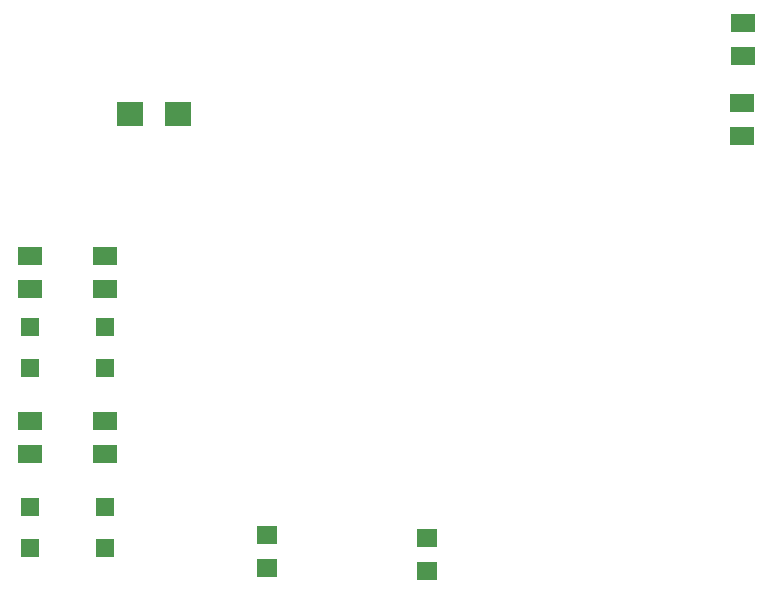
<source format=gtp>
G75*
%MOIN*%
%OFA0B0*%
%FSLAX24Y24*%
%IPPOS*%
%LPD*%
%AMOC8*
5,1,8,0,0,1.08239X$1,22.5*
%
%ADD10R,0.0591X0.0591*%
%ADD11R,0.0787X0.0630*%
%ADD12R,0.0709X0.0630*%
%ADD13R,0.0900X0.0800*%
D10*
X003688Y002834D03*
X003688Y004211D03*
X006188Y004211D03*
X006188Y002834D03*
X006188Y008834D03*
X006188Y010211D03*
X003688Y010211D03*
X003688Y008834D03*
D11*
X003688Y007074D03*
X003688Y005971D03*
X006188Y005971D03*
X006188Y007074D03*
X006188Y011471D03*
X006188Y012574D03*
X003688Y012574D03*
X003688Y011471D03*
X027413Y016551D03*
X027413Y017654D03*
X027438Y019221D03*
X027438Y020324D03*
D12*
X016913Y003154D03*
X016913Y002051D03*
X011590Y002149D03*
X011590Y003251D03*
D13*
X008600Y017313D03*
X007000Y017313D03*
M02*

</source>
